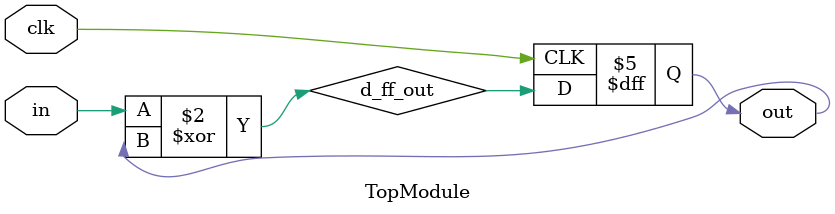
<source format=sv>
module TopModule (
    input logic clk,
    input logic in,
    output logic out
);

    logic d_ff_out;

    // Combinational logic for XOR
    always @(*) begin
        d_ff_out = in ^ out;
    end

    // D flip-flop
    always @(posedge clk) begin
        out <= d_ff_out;
    end

    // Initialize out to zero in simulation
    initial begin
        out = 1'b0;
    end

endmodule
</source>
